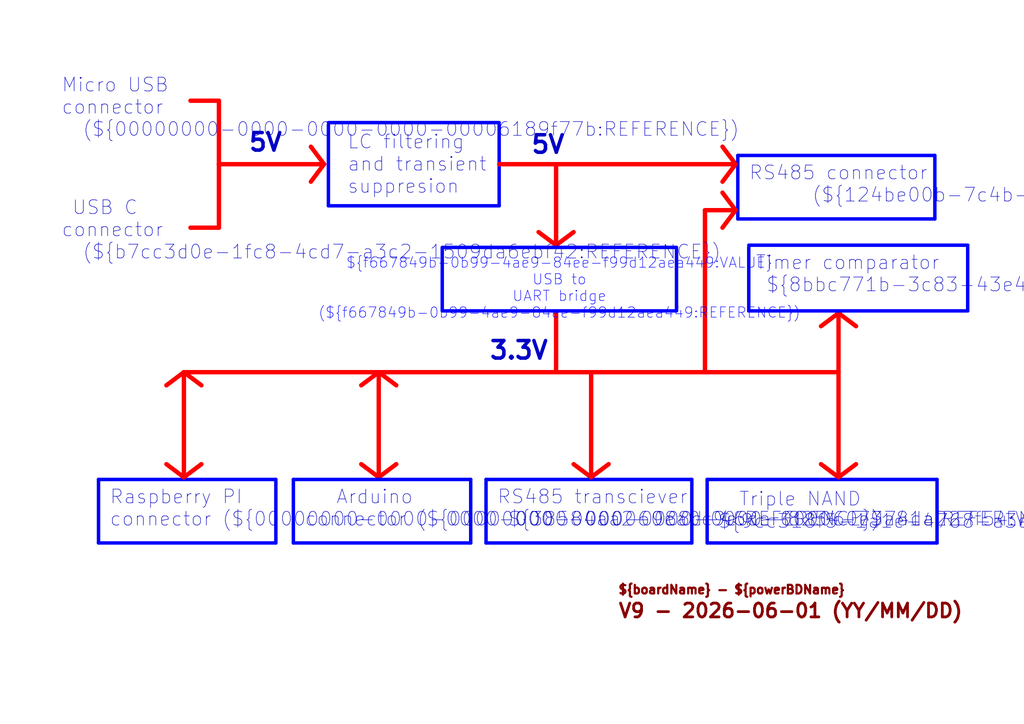
<source format=kicad_sch>
(kicad_sch
	(version 20231120)
	(generator "eeschema")
	(generator_version "8.0")
	(uuid "55f62029-af66-4168-97aa-c791fab7ce0f")
	(paper "A4")
	(title_block
		(title "${boardName} - ${powerBDName}")
		(date "2024-08-29")
		(rev "V9")
	)
	(lib_symbols)
	(polyline
		(pts
			(xy 213.36 60.96) (xy 209.55 66.04)
		)
		(stroke
			(width 1.27)
			(type solid)
			(color 255 0 0 1)
		)
		(uuid "01d451ec-59f2-4c17-a10a-5117ef50e422")
	)
	(polyline
		(pts
			(xy 53.34 107.95) (xy 53.34 138.43)
		)
		(stroke
			(width 1.27)
			(type solid)
			(color 255 0 0 1)
		)
		(uuid "085685c5-6751-4baf-a33a-f879e2e5de99")
	)
	(polyline
		(pts
			(xy 58.42 134.62) (xy 53.34 138.43)
		)
		(stroke
			(width 1.27)
			(type solid)
			(color 255 0 0 1)
		)
		(uuid "0b985733-b8b5-4656-afbf-e9d3a55f400c")
	)
	(polyline
		(pts
			(xy 243.205 90.805) (xy 248.285 94.615)
		)
		(stroke
			(width 1.27)
			(type solid)
			(color 255 0 0 1)
		)
		(uuid "0cdda728-dfa7-48c8-9051-af511b311cfe")
	)
	(polyline
		(pts
			(xy 140.97 139.065) (xy 140.97 157.48)
		)
		(stroke
			(width 1)
			(type solid)
			(color 0 0 255 1)
		)
		(uuid "12fa36bd-3d65-49e2-b46b-d913da3352e6")
	)
	(polyline
		(pts
			(xy 280.67 90.17) (xy 217.17 90.17)
		)
		(stroke
			(width 1)
			(type solid)
			(color 0 0 255 1)
		)
		(uuid "13c05f3e-2f36-402c-b895-0da438eb3a83")
	)
	(polyline
		(pts
			(xy 63.5 66.04) (xy 63.5 47.625)
		)
		(stroke
			(width 1.27)
			(type solid)
			(color 255 0 0 1)
		)
		(uuid "1d0046e2-5d02-42c2-a54e-15153cab3dc2")
	)
	(polyline
		(pts
			(xy 144.78 59.69) (xy 95.25 59.69)
		)
		(stroke
			(width 1)
			(type solid)
			(color 0 0 255 1)
		)
		(uuid "1d2b9cce-d040-43aa-81c9-3ccf0afa02c1")
	)
	(polyline
		(pts
			(xy 271.78 157.48) (xy 205.105 157.48)
		)
		(stroke
			(width 1)
			(type solid)
			(color 0 0 255 1)
		)
		(uuid "22d3de6e-f5fa-49d6-9961-3ba1b07324b6")
	)
	(polyline
		(pts
			(xy 176.53 134.62) (xy 171.45 138.43)
		)
		(stroke
			(width 1.27)
			(type solid)
			(color 255 0 0 1)
		)
		(uuid "248e3f06-ec57-49b5-a9d3-907dc14c8160")
	)
	(polyline
		(pts
			(xy 171.45 138.43) (xy 166.37 134.62)
		)
		(stroke
			(width 1.27)
			(type solid)
			(color 255 0 0 1)
		)
		(uuid "2af7c999-a87e-4f84-8ec2-e537b2e7801c")
	)
	(polyline
		(pts
			(xy 213.995 45.085) (xy 213.995 63.5)
		)
		(stroke
			(width 1)
			(type solid)
			(color 0 0 255 1)
		)
		(uuid "3a10cc6e-fe01-4929-928a-966152fcf890")
	)
	(polyline
		(pts
			(xy 238.125 94.615) (xy 243.205 90.805)
		)
		(stroke
			(width 1.27)
			(type solid)
			(color 255 0 0 1)
		)
		(uuid "3b08d156-8a50-4896-b61c-cb221f062131")
	)
	(polyline
		(pts
			(xy 93.98 47.625) (xy 90.17 52.705)
		)
		(stroke
			(width 1.27)
			(type solid)
			(color 255 0 0 1)
		)
		(uuid "3f93173f-34ab-4df6-95ad-5e4b1ff09b7e")
	)
	(polyline
		(pts
			(xy 217.17 71.755) (xy 217.17 90.17)
		)
		(stroke
			(width 1)
			(type solid)
			(color 0 0 255 1)
		)
		(uuid "3fdf7908-57de-4f75-81b8-bf99290089e2")
	)
	(polyline
		(pts
			(xy 55.245 29.21) (xy 63.5 29.21)
		)
		(stroke
			(width 1.27)
			(type solid)
			(color 255 0 0 1)
		)
		(uuid "43945d55-1504-4220-a699-ea9e25368acd")
	)
	(polyline
		(pts
			(xy 136.525 139.065) (xy 85.09 139.065)
		)
		(stroke
			(width 1)
			(type solid)
			(color 0 0 255 1)
		)
		(uuid "44f717f4-6520-409b-b8ab-6d203b2217a4")
	)
	(polyline
		(pts
			(xy 136.525 157.48) (xy 85.09 157.48)
		)
		(stroke
			(width 1)
			(type solid)
			(color 0 0 255 1)
		)
		(uuid "48ab9f4a-76fa-4eee-aad6-9dc718f3a471")
	)
	(polyline
		(pts
			(xy 80.01 139.065) (xy 80.01 157.48)
		)
		(stroke
			(width 1)
			(type solid)
			(color 0 0 255 1)
		)
		(uuid "4a0c302d-0d7a-43fc-b762-388be0fc7636")
	)
	(polyline
		(pts
			(xy 209.55 42.545) (xy 213.36 47.625)
		)
		(stroke
			(width 1.27)
			(type solid)
			(color 255 0 0 1)
		)
		(uuid "4e0aa253-b5e7-441f-9e58-bd323d5d9fa8")
	)
	(polyline
		(pts
			(xy 166.37 67.31) (xy 161.29 71.12)
		)
		(stroke
			(width 1.27)
			(type solid)
			(color 255 0 0 1)
		)
		(uuid "4e599289-9966-4b0b-b915-9932b4bb396a")
	)
	(polyline
		(pts
			(xy 95.25 35.56) (xy 144.78 35.56)
		)
		(stroke
			(width 1)
			(type solid)
			(color 0 0 255 1)
		)
		(uuid "5cf75a6f-3b85-4ae2-8626-a7135c3defca")
	)
	(polyline
		(pts
			(xy 200.66 139.065) (xy 140.97 139.065)
		)
		(stroke
			(width 1)
			(type solid)
			(color 0 0 255 1)
		)
		(uuid "5d136e0e-407d-45f8-9954-62f5a82c9e6c")
	)
	(polyline
		(pts
			(xy 280.67 71.12) (xy 217.17 71.12)
		)
		(stroke
			(width 1)
			(type solid)
			(color 0 0 255 1)
		)
		(uuid "5d6ffbe3-a7ce-4a1e-8cd1-1a9e42bbbf92")
	)
	(polyline
		(pts
			(xy 114.935 134.62) (xy 109.855 138.43)
		)
		(stroke
			(width 1.27)
			(type solid)
			(color 255 0 0 1)
		)
		(uuid "5dba3759-edcc-4fc0-ae3d-511a20ae78c7")
	)
	(polyline
		(pts
			(xy 213.995 45.085) (xy 271.145 45.085)
		)
		(stroke
			(width 1)
			(type solid)
			(color 0 0 255 1)
		)
		(uuid "642e0805-f35d-4a57-b52f-dc347db87995")
	)
	(polyline
		(pts
			(xy 109.855 107.95) (xy 109.855 138.43)
		)
		(stroke
			(width 1.27)
			(type solid)
			(color 255 0 0 1)
		)
		(uuid "68466fbd-4435-4ba0-8614-5e5753c2829e")
	)
	(polyline
		(pts
			(xy 90.17 42.545) (xy 93.98 47.625)
		)
		(stroke
			(width 1.27)
			(type solid)
			(color 255 0 0 1)
		)
		(uuid "692f40b7-3958-4f12-ae26-34811888a63c")
	)
	(polyline
		(pts
			(xy 248.285 134.62) (xy 243.205 138.43)
		)
		(stroke
			(width 1.27)
			(type solid)
			(color 255 0 0 1)
		)
		(uuid "6b56cb8e-cc4b-4db0-93a7-5fce37de6850")
	)
	(polyline
		(pts
			(xy 48.26 111.76) (xy 53.34 107.95)
		)
		(stroke
			(width 1.27)
			(type solid)
			(color 255 0 0 1)
		)
		(uuid "6f080e9f-d800-424e-adae-ada67fd38ecc")
	)
	(polyline
		(pts
			(xy 205.105 139.065) (xy 205.105 157.48)
		)
		(stroke
			(width 1)
			(type solid)
			(color 0 0 255 1)
		)
		(uuid "70d83da3-7fa4-472a-bbd3-3d19ca987773")
	)
	(polyline
		(pts
			(xy 161.29 47.625) (xy 161.29 71.12)
		)
		(stroke
			(width 1.27)
			(type solid)
			(color 255 0 0 1)
		)
		(uuid "71acf259-ba66-4572-8bb4-f4bc4e190546")
	)
	(polyline
		(pts
			(xy 104.775 111.76) (xy 109.855 107.95)
		)
		(stroke
			(width 1.27)
			(type solid)
			(color 255 0 0 1)
		)
		(uuid "74144170-141e-420d-b176-1140fb597374")
	)
	(polyline
		(pts
			(xy 53.34 138.43) (xy 48.26 134.62)
		)
		(stroke
			(width 1.27)
			(type solid)
			(color 255 0 0 1)
		)
		(uuid "75a252a4-f45d-4491-94cb-2160d96e03dc")
	)
	(polyline
		(pts
			(xy 209.55 55.88) (xy 213.36 60.96)
		)
		(stroke
			(width 1.27)
			(type solid)
			(color 255 0 0 1)
		)
		(uuid "796137af-e865-40cf-85ae-cb9be82a27d7")
	)
	(polyline
		(pts
			(xy 109.855 138.43) (xy 104.775 134.62)
		)
		(stroke
			(width 1.27)
			(type solid)
			(color 255 0 0 1)
		)
		(uuid "81ede48f-1f96-4172-89de-7b521308a5bd")
	)
	(polyline
		(pts
			(xy 63.5 29.21) (xy 63.5 47.625)
		)
		(stroke
			(width 1.27)
			(type solid)
			(color 255 0 0 1)
		)
		(uuid "902ee363-eb20-4aa5-a83a-df1afab3ffa6")
	)
	(polyline
		(pts
			(xy 63.5 66.04) (xy 55.245 66.04)
		)
		(stroke
			(width 1.27)
			(type solid)
			(color 255 0 0 1)
		)
		(uuid "924546f4-85dc-427e-85d0-dfb3f21de950")
	)
	(polyline
		(pts
			(xy 53.34 107.95) (xy 243.205 107.95)
		)
		(stroke
			(width 1.27)
			(type solid)
			(color 255 0 0 1)
		)
		(uuid "99af056a-10b4-4ac3-80a5-efad848b0c99")
	)
	(polyline
		(pts
			(xy 109.855 107.95) (xy 114.935 111.76)
		)
		(stroke
			(width 1.27)
			(type solid)
			(color 255 0 0 1)
		)
		(uuid "9a0e9735-dc0f-48c3-a3e4-09bcf042562b")
	)
	(polyline
		(pts
			(xy 28.575 139.065) (xy 28.575 157.48)
		)
		(stroke
			(width 1)
			(type solid)
			(color 0 0 255 1)
		)
		(uuid "9d207e1f-d3b3-4cfc-8922-ae388d4dcb19")
	)
	(polyline
		(pts
			(xy 271.145 63.5) (xy 213.995 63.5)
		)
		(stroke
			(width 1)
			(type solid)
			(color 0 0 255 1)
		)
		(uuid "a27a7218-93cc-4e18-a4c3-b1b33b2c8e52")
	)
	(polyline
		(pts
			(xy 85.09 139.065) (xy 85.09 157.48)
		)
		(stroke
			(width 1)
			(type solid)
			(color 0 0 255 1)
		)
		(uuid "a7c8b6ec-6cea-4532-96a2-c901756b5450")
	)
	(polyline
		(pts
			(xy 271.145 45.085) (xy 271.145 63.5)
		)
		(stroke
			(width 1)
			(type solid)
			(color 0 0 255 1)
		)
		(uuid "ad77adca-585d-4953-baeb-ecb8caa0f606")
	)
	(polyline
		(pts
			(xy 271.78 139.065) (xy 271.78 157.48)
		)
		(stroke
			(width 1)
			(type solid)
			(color 0 0 255 1)
		)
		(uuid "b04ddda1-0888-4bd2-9bc0-40171474a73e")
	)
	(polyline
		(pts
			(xy 53.34 107.95) (xy 58.42 111.76)
		)
		(stroke
			(width 1.27)
			(type solid)
			(color 255 0 0 1)
		)
		(uuid "b0c4ede3-674d-4c78-be34-0dea2821fb3d")
	)
	(polyline
		(pts
			(xy 271.78 139.065) (xy 205.105 139.065)
		)
		(stroke
			(width 1)
			(type solid)
			(color 0 0 255 1)
		)
		(uuid "b4c11f9b-bf3f-4d58-ba78-8f726ad54552")
	)
	(polyline
		(pts
			(xy 80.01 157.48) (xy 28.575 157.48)
		)
		(stroke
			(width 1)
			(type solid)
			(color 0 0 255 1)
		)
		(uuid "ba435a38-338f-4480-b995-80ae8e774fbc")
	)
	(polyline
		(pts
			(xy 171.45 107.95) (xy 171.45 138.43)
		)
		(stroke
			(width 1.27)
			(type solid)
			(color 255 0 0 1)
		)
		(uuid "bef190c3-62cf-4e40-b4ea-2ed4d0642934")
	)
	(polyline
		(pts
			(xy 200.66 139.065) (xy 200.66 157.48)
		)
		(stroke
			(width 1)
			(type solid)
			(color 0 0 255 1)
		)
		(uuid "c0fd611c-d49d-4d6b-b8f1-040c2b79dc01")
	)
	(polyline
		(pts
			(xy 213.36 47.625) (xy 209.55 52.705)
		)
		(stroke
			(width 1.27)
			(type solid)
			(color 255 0 0 1)
		)
		(uuid "c2ebf401-2f69-4b6c-b20d-52308d208d89")
	)
	(polyline
		(pts
			(xy 280.67 71.12) (xy 280.67 90.17)
		)
		(stroke
			(width 1)
			(type solid)
			(color 0 0 255 1)
		)
		(uuid "cbcfcde7-e817-4502-9560-18b4c6934a70")
	)
	(polyline
		(pts
			(xy 204.47 60.96) (xy 212.725 60.96)
		)
		(stroke
			(width 1.27)
			(type solid)
			(color 255 0 0 1)
		)
		(uuid "d88f5348-c22f-4326-8c4e-ab4bfb7ee7a9")
	)
	(polyline
		(pts
			(xy 144.78 47.625) (xy 212.725 47.625)
		)
		(stroke
			(width 1.27)
			(type solid)
			(color 255 0 0 1)
		)
		(uuid "d8a8e939-f191-4b22-a98c-8bf54d8622ba")
	)
	(polyline
		(pts
			(xy 243.205 90.805) (xy 243.205 138.43)
		)
		(stroke
			(width 1.27)
			(type solid)
			(color 255 0 0 1)
		)
		(uuid "da65627a-165b-4042-ae59-23a11efa84de")
	)
	(polyline
		(pts
			(xy 144.78 36.195) (xy 144.78 59.69)
		)
		(stroke
			(width 1)
			(type solid)
			(color 0 0 255 1)
		)
		(uuid "db8567cb-8f48-4bd0-af4d-2ae890a432a3")
	)
	(polyline
		(pts
			(xy 161.29 71.12) (xy 156.21 67.31)
		)
		(stroke
			(width 1.27)
			(type solid)
			(color 255 0 0 1)
		)
		(uuid "dc8490a0-d701-4c34-ac2e-5cec9693590e")
	)
	(polyline
		(pts
			(xy 80.01 139.065) (xy 28.575 139.065)
		)
		(stroke
			(width 1)
			(type solid)
			(color 0 0 255 1)
		)
		(uuid "e0653468-32ea-445a-960c-52d2cf4fd3cd")
	)
	(polyline
		(pts
			(xy 161.29 90.805) (xy 161.29 107.315)
		)
		(stroke
			(width 1.27)
			(type solid)
			(color 255 0 0 1)
		)
		(uuid "e2bd1a1f-29fb-4dda-8c23-09a672acce76")
	)
	(polyline
		(pts
			(xy 136.525 139.065) (xy 136.525 157.48)
		)
		(stroke
			(width 1)
			(type solid)
			(color 0 0 255 1)
		)
		(uuid "e5946e52-7ffb-419c-b498-1bb6e567cc84")
	)
	(polyline
		(pts
			(xy 204.47 107.315) (xy 204.47 60.96)
		)
		(stroke
			(width 1.27)
			(type solid)
			(color 255 0 0 1)
		)
		(uuid "e8e03390-ca44-4274-a26b-0d1bd27e22e6")
	)
	(polyline
		(pts
			(xy 243.205 138.43) (xy 238.125 134.62)
		)
		(stroke
			(width 1.27)
			(type solid)
			(color 255 0 0 1)
		)
		(uuid "eb12e2ee-ebab-4fd4-99f6-83c7f8d224ec")
	)
	(polyline
		(pts
			(xy 63.5 47.625) (xy 93.98 47.625)
		)
		(stroke
			(width 1.27)
			(type solid)
			(color 255 0 0 1)
		)
		(uuid "ebb9d6f3-11f5-4d82-8714-44e09b230d82")
	)
	(polyline
		(pts
			(xy 200.66 157.48) (xy 140.97 157.48)
		)
		(stroke
			(width 1)
			(type solid)
			(color 0 0 255 1)
		)
		(uuid "f3213b18-753f-48b6-ac05-884685c36f42")
	)
	(polyline
		(pts
			(xy 95.25 36.195) (xy 95.25 59.69)
		)
		(stroke
			(width 1)
			(type solid)
			(color 0 0 255 1)
		)
		(uuid "fd160541-75e8-46b5-a6f2-b98d6b30924a")
	)
	(text_box " ${f667849b-0b99-4ae9-84ee-f99d12aea449:VALUE} USB to\nUART bridge (${f667849b-0b99-4ae9-84ee-f99d12aea449:REFERENCE})"
		(exclude_from_sim no)
		(at 128.27 71.755 0)
		(size 67.945 18.415)
		(stroke
			(width 1)
			(type default)
			(color 0 0 255 1)
		)
		(fill
			(type none)
		)
		(effects
			(font
				(size 3 3)
				(color 0 0 255 1)
			)
		)
		(uuid "8ea1679a-0559-4052-9bb0-e3c52c2a1395")
	)
	(text "5V"
		(exclude_from_sim no)
		(at 71.755 44.45 0)
		(effects
			(font
				(size 5.08 5.08)
				(thickness 1.016)
				(bold yes)
			)
			(justify left bottom)
		)
		(uuid "01bd0fb0-85c4-408a-b875-bf7b3d64975b")
	)
	(text "   Arduino\nconnector (${00000000-0000-0000-0000-000060e9a81a:REFERENCE})"
		(exclude_from_sim no)
		(at 88.265 153.035 0)
		(effects
			(font
				(size 4 4)
			)
			(justify left bottom)
		)
		(uuid "1c632476-dcdc-4881-90b6-ff850f5052c3")
	)
	(text "RS485 connector\n      (${124be00b-7c4b-44a1-ac37-f5e21129a574:REFERENCE})"
		(exclude_from_sim no)
		(at 217.17 59.055 0)
		(effects
			(font
				(size 4 4)
			)
			(justify left bottom)
		)
		(uuid "205cd213-894f-4127-9171-f75a5e5a1436")
	)
	(text "   Triple NAND\n ${9cc318f5-1a1e-4768-a3e4-faa81f67e5b1:VALUE} (${9cc318f5-1a1e-4768-a3e4-faa81f67e5b1:REFERENCE})"
		(exclude_from_sim no)
		(at 205.105 153.67 0)
		(effects
			(font
				(size 4 4)
			)
			(justify left bottom)
		)
		(uuid "39381a60-099d-46ea-9bdc-9fd7b756831a")
	)
	(text "Raspberry PI\nconnector (${00000000-0000-0000-0000-000060ea0c9e:REFERENCE})"
		(exclude_from_sim no)
		(at 31.75 153.035 0)
		(effects
			(font
				(size 4 4)
			)
			(justify left bottom)
		)
		(uuid "4f570829-e0e8-4bac-9c8d-6c05a7cb43db")
	)
	(text "RS485 transciever\n ${38584aa2-988d-46de-8254-7374da227f54:VALUE} (${38584aa2-988d-46de-8254-7374da227f54:REFERENCE})"
		(exclude_from_sim no)
		(at 144.145 153.035 0)
		(effects
			(font
				(size 4 4)
			)
			(justify left bottom)
		)
		(uuid "576acec7-f6b0-4579-afb7-766779c47a4e")
	)
	(text "  LC filtering\n  and transient \n  suppresion"
		(exclude_from_sim no)
		(at 94.615 56.515 0)
		(effects
			(font
				(size 4 4)
			)
			(justify left bottom)
		)
		(uuid "63b2b021-2b26-4ce9-ac72-95826763c85e")
	)
	(text "${REVISION} - ${CURRENT_DATE} (YY/MM/DD)"
		(exclude_from_sim no)
		(at 179.07 179.705 0)
		(effects
			(font
				(size 4 4)
				(thickness 0.8)
				(bold yes)
				(color 132 0 0 1)
			)
			(justify left bottom)
		)
		(uuid "6ff7fa76-116a-47a2-85ab-3789a5f6b718")
	)
	(text " USB C\nconnector\n  (${b7cc3d0e-1fc8-4cd7-a3c2-1509da6ebf42:REFERENCE})"
		(exclude_from_sim no)
		(at 17.78 75.565 0)
		(effects
			(font
				(size 4 4)
			)
			(justify left bottom)
		)
		(uuid "76d987bd-d992-4ef5-a15f-82353a93af41")
	)
	(text "5V"
		(exclude_from_sim no)
		(at 153.67 45.085 0)
		(effects
			(font
				(size 5.08 5.08)
				(thickness 1.016)
				(bold yes)
			)
			(justify left bottom)
		)
		(uuid "86d784be-5e01-4075-96cf-8f1d0d05bd76")
	)
	(text "Timer comparator\n ${8bbc771b-3c83-43e4-9319-f143e5621448:VALUE} (${8bbc771b-3c83-43e4-9319-f143e5621448:REFERENCE})"
		(exclude_from_sim no)
		(at 219.075 85.09 0)
		(effects
			(font
				(size 4 4)
			)
			(justify left bottom)
		)
		(uuid "8edb9323-02ef-40fb-a22e-4f606fef0617")
	)
	(text "${boardName} - ${powerBDName}"
		(exclude_from_sim no)
		(at 179.07 172.72 0)
		(effects
			(font
				(size 2.5 2.5)
				(thickness 0.8)
				(bold yes)
				(color 132 0 0 1)
			)
			(justify left bottom)
		)
		(uuid "98bd5e95-72ef-4c93-bc2c-515ff2cbb4c8")
	)
	(text "Micro USB\nconnector\n  (${00000000-0000-0000-0000-00006189f77b:REFERENCE})"
		(exclude_from_sim no)
		(at 17.78 40.005 0)
		(effects
			(font
				(size 4 4)
			)
			(justify left bottom)
		)
		(uuid "9a374510-5df5-4318-9a9c-3218d90a352c")
	)
	(text "3.3V"
		(exclude_from_sim no)
		(at 141.605 104.775 0)
		(effects
			(font
				(size 5.08 5.08)
				(thickness 1.016)
				(bold yes)
			)
			(justify left bottom)
		)
		(uuid "c1dc95c1-dce5-4cb6-ba5a-98ca22e349e6")
	)
)

</source>
